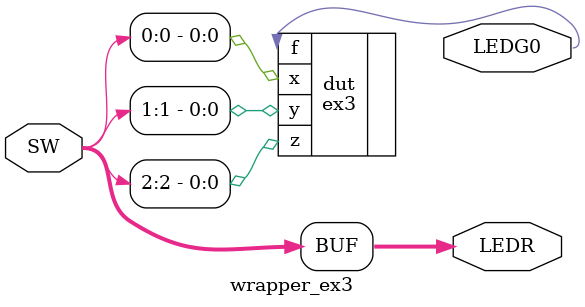
<source format=sv>
module wrapper_ex3(
	input [2:0]SW,
	output [2:0]LEDR,
	output LEDG0);
ex3 dut(
	.x(SW[0]),
	.y(SW[1]),
	.z(SW[2]),
	.f(LEDG0));
assign LEDR = SW;
endmodule
</source>
